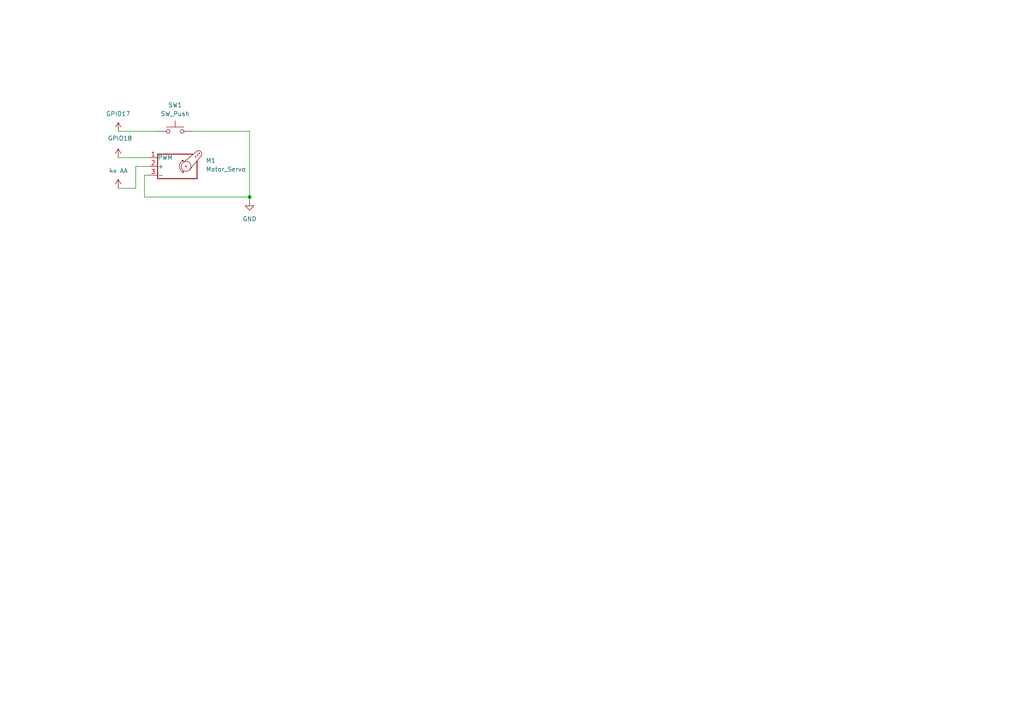
<source format=kicad_sch>
(kicad_sch (version 20231120) (generator "eeschema") (generator_version "8.0")
  (paper "A4")
  (lib_symbols
    (symbol "Motor:Motor_Servo" (pin_names (offset 0.0254))
      (property "Reference" "M" (at -5.08 4.445 0))
      (property "Value" "Motor_Servo" (at -5.08 -4.064 0))
      (symbol "Motor_Servo_0_1"
        (polyline (pts (xy 2.413 -1.778) (xy 2.032 -1.778)))
        (polyline (pts (xy 2.413 -1.778) (xy 2.286 -1.397)))
        (polyline (pts (xy 2.413 1.778) (xy 1.905 1.778)))
        (polyline (pts (xy 2.413 1.778) (xy 2.286 1.397)))
        (polyline (pts (xy 6.35 4.445) (xy 2.54 1.27)))
        (polyline (pts (xy 7.62 3.175) (xy 4.191 -1.016)))
        (polyline (pts (xy 5.08 3.556) (xy -5.08 3.556) (xy -5.08 -3.556) (xy 6.35 -3.556) (xy 6.35 1.524)) (stroke (width 0.254)))
        (arc (start 2.413 1.778) (mid 1.2406 0) (end 2.413 -1.778))
        (circle (center 3.175 0) (radius 0.1778))
        (circle (center 3.175 0) (radius 1.4224))
        (circle (center 5.969 2.794) (radius 0.127))
        (circle (center 6.477 3.302) (radius 0.127))
        (circle (center 6.985 3.81) (radius 0.127))
        (arc (start 7.62 3.175) (mid 7.4485 4.2735) (end 6.35 4.445))
      )
      (symbol "Motor_Servo_1_1"
        (pin passive line (at -7.62 2.54 0) (length 2.54) (name "PWM") (number "1"))
        (pin passive line (at -7.62 0 0) (length 2.54) (name "+") (number "2"))
        (pin passive line (at -7.62 -2.54 0) (length 2.54) (name "-") (number "3"))
      )
    )
    (symbol "Switch:SW_Push" (pin_numbers hide) (pin_names (offset 1.016) hide)
      (property "Reference" "SW" (at 1.27 2.54 0))
      (property "Value" "SW_Push" (at 0 -1.524 0))
      (symbol "SW_Push_0_1"
        (circle (center -2.032 0) (radius 0.508))
        (polyline (pts (xy 0 1.27) (xy 0 3.048)))
        (polyline (pts (xy 2.54 1.27) (xy -2.54 1.27)))
        (circle (center 2.032 0) (radius 0.508))
        (pin passive line (at -5.08 0 0) (length 2.54) (name "1") (number "1"))
        (pin passive line (at 5.08 0 180) (length 2.54) (name "2") (number "2"))
      )
    )
    (symbol "power:GND" (power) (pin_numbers hide) (pin_names (offset 0) hide)
      (property "Value" "GND" (at 0 -3.81 0))
      (symbol "GND_0_1"
        (polyline (pts (xy 0 0) (xy 0 -1.27) (xy 1.27 -1.27) (xy 0 -2.54) (xy -1.27 -1.27) (xy 0 -1.27)))
      )
      (symbol "GND_1_1"
        (pin power_in line (at 0 0 270) (length 0) (name "~") (number "1"))
      )
    )
    (symbol "power:VCC" (power) (pin_numbers hide) (pin_names (offset 0) hide)
      (property "Value" "VCC" (at 0 3.556 0))
      (symbol "VCC_0_1"
        (polyline (pts (xy -0.762 1.27) (xy 0 2.54)))
        (polyline (pts (xy 0 0) (xy 0 2.54)))
        (polyline (pts (xy 0 2.54) (xy 0.762 1.27)))
      )
      (symbol "VCC_1_1"
        (pin power_in line (at 0 0 90) (length 0) (name "~") (number "1"))
      )
    )
  )
  (junction (at 72.39 57.15))
  (wire (pts (xy 55.88 38.1) (xy 72.39 38.1)))
  (wire (pts (xy 72.39 58.42) (xy 72.39 57.15)))
  (wire (pts (xy 39.37 48.26) (xy 39.37 54.61)))
  (wire (pts (xy 34.29 38.1) (xy 45.72 38.1)))
  (wire (pts (xy 41.91 50.8) (xy 43.18 50.8)))
  (wire (pts (xy 39.37 48.26) (xy 43.18 48.26)))
  (wire (pts (xy 39.37 54.61) (xy 34.29 54.61)))
  (wire (pts (xy 41.91 57.15) (xy 72.39 57.15)))
  (wire (pts (xy 72.39 38.1) (xy 72.39 57.15)))
  (wire (pts (xy 41.91 50.8) (xy 41.91 57.15)))
  (wire (pts (xy 34.29 45.72) (xy 43.18 45.72)))
  (symbol (lib_id "Switch:SW_Push") (at 50.8 38.1 0) (unit 1)
    (property "Reference" "SW1" (at 50.8 30.48 0))
    (property "Value" "SW_Push" (at 50.8 33.02 0))
    (property "Description" "Push button switch, generic, two pins" (effects (hide yes)))
  )
  (symbol (lib_id "power:VCC") (at 34.29 45.72 0) (unit 1)
    (property "Reference" "#PWR02" (effects (hide yes)))
    (property "Value" "GPIO18" (at 34.798 40.132 0))
    (property "Description" "Power symbol creates a global label with name \"VCC\"" (effects (hide yes)))
  )
  (symbol (lib_id "power:VCC") (at 34.29 54.61 0) (unit 1)
    (property "Reference" "#PWR03" (effects (hide yes)))
    (property "Value" "4x AA" (at 34.29 49.53 0))
    (property "Description" "Power symbol creates a global label with name \"VCC\"" (effects (hide yes)))
  )
  (symbol (lib_id "power:VCC") (at 34.29 38.1 0) (unit 1)
    (property "Reference" "#PWR01" (effects (hide yes)))
    (property "Value" "GPIO17" (at 34.29 33.02 0))
    (property "Description" "Power symbol creates a global label with name \"VCC\"" (effects (hide yes)))
  )
  (symbol (lib_id "Motor:Motor_Servo") (at 50.8 48.26 0) (unit 1)
    (property "Reference" "M1" (at 59.69 46.5565 0) (effects (justify left)))
    (property "Value" "Motor_Servo" (at 59.69 49.0965 0) (effects (justify left)))
    (property "Datasheet" "http://forums.parallax.com/uploads/attachments/46831/74481.png" (effects (hide yes)))
    (property "Description" "Servo Motor (Futaba, HiTec, JR connector)" (effects (hide yes)))
  )
  (symbol (lib_id "power:GND") (at 72.39 58.42 0) (unit 1)
    (property "Reference" "#PWR04" (effects (hide yes)))
    (property "Value" "GND" (at 72.39 63.5 0))
    (property "Description" "Power symbol creates a global label with name \"GND\" , ground" (effects (hide yes)))
  )
)
</source>
